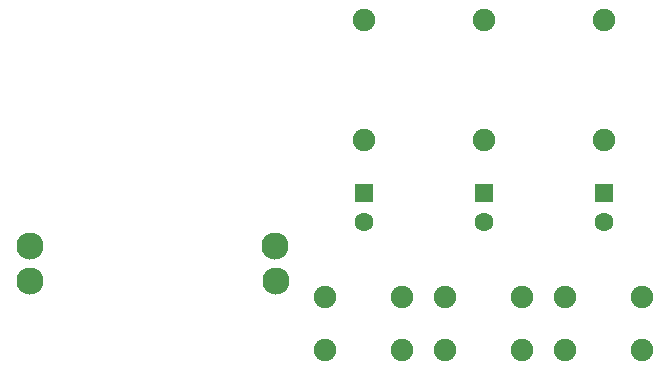
<source format=gbl>
G04 MADE WITH FRITZING*
G04 WWW.FRITZING.ORG*
G04 DOUBLE SIDED*
G04 HOLES PLATED*
G04 CONTOUR ON CENTER OF CONTOUR VECTOR*
%ASAXBY*%
%FSLAX23Y23*%
%MOIN*%
%OFA0B0*%
%SFA1.0B1.0*%
%ADD10C,0.075000*%
%ADD11C,0.062992*%
%ADD12C,0.090551*%
%ADD13R,0.062992X0.062992*%
%LNCOPPER0*%
G90*
G70*
G54D10*
X2013Y825D03*
X2013Y1225D03*
X1613Y825D03*
X1613Y1225D03*
X1213Y825D03*
X1213Y1225D03*
X2141Y125D03*
X1885Y125D03*
X2141Y302D03*
X1885Y302D03*
X1741Y125D03*
X1485Y125D03*
X1741Y302D03*
X1485Y302D03*
X1341Y125D03*
X1085Y125D03*
X1341Y302D03*
X1085Y302D03*
G54D11*
X1213Y649D03*
X1213Y551D03*
X2013Y649D03*
X2013Y551D03*
X1613Y649D03*
X1613Y551D03*
G54D12*
X919Y354D03*
X918Y473D03*
X100Y354D03*
X99Y473D03*
G54D13*
X1213Y649D03*
X2013Y649D03*
X1613Y649D03*
G04 End of Copper0*
M02*
</source>
